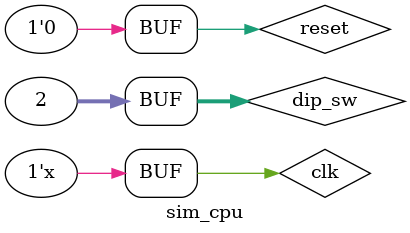
<source format=v>
`timescale 1ns / 1ps


module sim_cpu(

    );
    reg clk;
    reg reset;
    parameter HALF_CYCLE = 10;
    always #HALF_CYCLE begin
        clk = ~clk;
    end
    wire [31:0]base_ram_data;
    wire[19:0] base_ram_addr;
    wire[3:0] base_ram_be_n;
    wire base_ram_ce_n;
    wire base_ram_oe_n;
    wire base_ram_we_n;
    
    wire[31:0] ext_ram_data;
    wire[19:0] ext_ram_addr;
    wire[3:0] ext_ram_be_n;
    wire ext_ram_ce_n;
    wire ext_ram_oe_n;
    wire ext_ram_we_n;
    reg [31:0]dip_sw;
    
    ram base_ram(
    .ram_data(base_ram_data),  
    .ram_addr(base_ram_addr[9:0]), 
    .ram_be_n(base_ram_be_n),
    .ram_ce_n(base_ram_ce_n),       
    .ram_oe_n(base_ram_oe_n),       
    .ram_we_n(base_ram_we_n),       
    .clk(clk)
    );
    
    ram ext_ram(
    .ram_data(ext_ram_data),  
    .ram_addr(ext_ram_addr[9:0]), 
    .ram_be_n(ext_ram_be_n),
    .ram_ce_n(ext_ram_ce_n),       
    .ram_oe_n(ext_ram_oe_n),       
    .ram_we_n(ext_ram_we_n),       
    .clk(clk)
    );
    
    
    cpu CPU(
    .clk_50M(clk),           //50MHz Ê±ÖÓÊäÈë
    .clock_btn(clk),
    .reset_btn(reset),
    .dip_sw(dip_sw),

    //BaseRAMÐÅºÅ
    .base_ram_data(base_ram_data),  //BaseRAMÊý¾Ý£¬µÍ8Î»ÓëCPLD´®¿Ú¿ØÖÆÆ÷¹²Ïí
    .base_ram_addr(base_ram_addr), //BaseRAMµØÖ·
    .base_ram_be_n(base_ram_be_n),  //BaseRAM×Ö½ÚÊ¹ÄÜ£¬µÍÓÐÐ§¡£Èç¹û²»Ê¹ÓÃ×Ö½ÚÊ¹ÄÜ£¬Çë±£³ÖÎª0
    .base_ram_ce_n(base_ram_ce_n),       //BaseRAMÆ¬Ñ¡£¬µÍÓÐÐ§
    .base_ram_oe_n(base_ram_oe_n),       //BaseRAM¶ÁÊ¹ÄÜ£¬µÍÓÐÐ§
    .base_ram_we_n(base_ram_we_n),       //BaseRAMÐ´Ê¹ÄÜ£¬µÍÓÐÐ§

    //ExtRAMÐÅºÅ
    .ext_ram_data(ext_ram_data),  //ExtRAMÊý¾Ý
    .ext_ram_addr(ext_ram_addr), //ExtRAMµØÖ·
    .ext_ram_be_n(ext_ram_be_n),  //ExtRAM×Ö½ÚÊ¹ÄÜ£¬µÍÓÐÐ§¡£Èç¹û²»Ê¹ÓÃ×Ö½ÚÊ¹ÄÜ£¬Çë±£³ÖÎª0
    .ext_ram_ce_n(ext_ram_ce_n),       //ExtRAMÆ¬Ñ¡£¬µÍÓÐÐ§
    .ext_ram_oe_n(ext_ram_oe_n),       //ExtRAM¶ÁÊ¹ÄÜ£¬µÍÓÐÐ§
    .ext_ram_we_n(ext_ram_we_n)      //ExtRAMÐ´Ê¹ÄÜ£¬µÍÓÐÐ§
    );

    initial begin
        reset=1;
        clk=0;
        dip_sw=0;
        dip_sw[1]=1'b1;
        #100
        reset=0;
    end

endmodule

</source>
